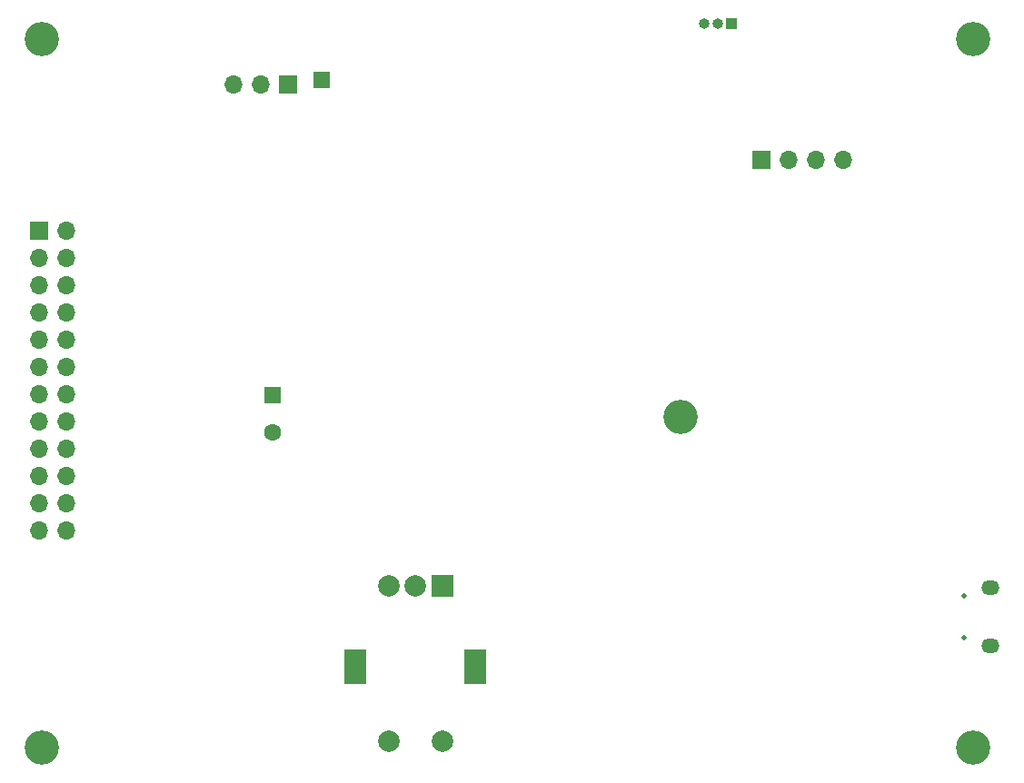
<source format=gbs>
G04 #@! TF.GenerationSoftware,KiCad,Pcbnew,(5.1.12)-1*
G04 #@! TF.CreationDate,2022-05-09T15:03:32+08:00*
G04 #@! TF.ProjectId,Printhead-Controller,5072696e-7468-4656-9164-2d436f6e7472,0.5*
G04 #@! TF.SameCoordinates,Original*
G04 #@! TF.FileFunction,Soldermask,Bot*
G04 #@! TF.FilePolarity,Negative*
%FSLAX46Y46*%
G04 Gerber Fmt 4.6, Leading zero omitted, Abs format (unit mm)*
G04 Created by KiCad (PCBNEW (5.1.12)-1) date 2022-05-09 15:03:32*
%MOMM*%
%LPD*%
G01*
G04 APERTURE LIST*
%ADD10O,1.700000X1.700000*%
%ADD11R,1.700000X1.700000*%
%ADD12R,1.500000X1.500000*%
%ADD13C,3.200000*%
%ADD14C,1.600000*%
%ADD15R,1.600000X1.600000*%
%ADD16R,2.000000X2.000000*%
%ADD17C,2.000000*%
%ADD18R,2.000000X3.200000*%
%ADD19C,0.470000*%
%ADD20O,1.700000X1.350000*%
%ADD21O,1.000000X1.000000*%
%ADD22R,1.000000X1.000000*%
G04 APERTURE END LIST*
D10*
X108280200Y-103466900D03*
X105740200Y-103466900D03*
X108280200Y-100926900D03*
X105740200Y-100926900D03*
X108280200Y-98386900D03*
X105740200Y-98386900D03*
X108280200Y-95846900D03*
X105740200Y-95846900D03*
X108280200Y-93306900D03*
X105740200Y-93306900D03*
X108280200Y-90766900D03*
X105740200Y-90766900D03*
X108280200Y-88226900D03*
X105740200Y-88226900D03*
X108280200Y-85686900D03*
X105740200Y-85686900D03*
X108280200Y-83146900D03*
X105740200Y-83146900D03*
X108280200Y-80606900D03*
X105740200Y-80606900D03*
X108280200Y-78066900D03*
X105740200Y-78066900D03*
X108280200Y-75526900D03*
D11*
X105740200Y-75526900D03*
D12*
X132092700Y-61531500D03*
D10*
X123837700Y-61899800D03*
X126377700Y-61899800D03*
D11*
X128917700Y-61899800D03*
D13*
X165544500Y-92913200D03*
D14*
X127508000Y-94368500D03*
D15*
X127508000Y-90868500D03*
D16*
X143327204Y-108667099D03*
D17*
X140827204Y-108667099D03*
X138327204Y-108667099D03*
D18*
X146427204Y-116167099D03*
X135227204Y-116167099D03*
D17*
X143327204Y-123167099D03*
X138327204Y-123167099D03*
D19*
X191934295Y-109605401D03*
D20*
X194429295Y-108820401D03*
X194429295Y-114280401D03*
D19*
X191934295Y-113515401D03*
D10*
X180657500Y-68916099D03*
X178117500Y-68916099D03*
X175577500Y-68916099D03*
D11*
X173037500Y-68916099D03*
D21*
X167703500Y-56261000D03*
X168973500Y-56261000D03*
D22*
X170243500Y-56261000D03*
D13*
X192786000Y-57721500D03*
X105981500Y-57721500D03*
X105981500Y-123698000D03*
X192786000Y-123698000D03*
M02*

</source>
